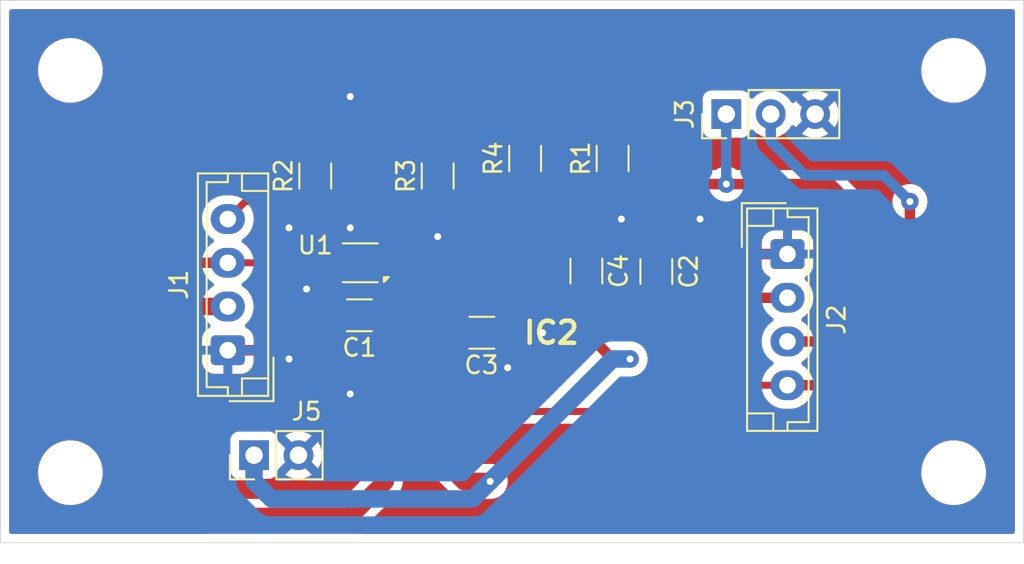
<source format=kicad_pcb>
(kicad_pcb (version 20241229) (generator "pcbnew") (generator_version "9.0")
  (layers (0 "F.Cu" signal) (2 "B.Cu" signal) (13 "F.Paste" user) (15 "B.Paste" user) (5 "F.SilkS" user "F.Silkscreen") (7 "B.SilkS" user "B.Silkscreen") (1 "F.Mask" user) (3 "B.Mask" user) (25 "Edge.Cuts" user))
  (net 0 "")
  (net 1 "+3V3")
  (net 2 "GND")
  (net 7 "Net-(IC2-SCL{slash}SCLK)")
  (net 9 "Net-(IC2-SDA{slash}SDI{slash}SDIO)")
  (footprint "Connector_PinHeader_2.54mm:PinHeader_1x02_P2.54mm_Vertical" (layer "F.Cu") (at 111.5 87 90)
    (property "Reference" "J5" (at 2.5 3 180) (layer "F.SilkS"))
    (property "Value" "Conn_01x02_Pin")
    (fp_line (start -1.38 -1.38) (end 0 -1.38) (stroke (width 0.12)) (layer "F.SilkS"))
    (fp_line (start -1.38 0) (end -1.38 -1.38) (stroke (width 0.12)) (layer "F.SilkS"))
    (fp_line (start 1.38 1.27) (end 1.38 3.92) (stroke (width 0.12)) (layer "F.SilkS"))
    (fp_line (start -1.38 1.27) (end 1.38 1.27) (stroke (width 0.12)) (layer "F.SilkS"))
    (fp_line (start -1.38 1.27) (end -1.38 3.92) (stroke (width 0.12)) (layer "F.SilkS"))
    (fp_line (start -1.38 3.92) (end 1.38 3.92) (stroke (width 0.12)) (layer "F.SilkS"))
    (pad "1" thru_hole rect (at 0 0 90) (size 1.7 1.7) (drill 1) (layers "*.Cu" "*.Mask") (net 1 "+3V3"))
    (pad "2" thru_hole circle (at 0 2.54 90) (size 1.7 1.7) (drill 1) (layers "*.Cu" "*.Mask") (net 2 "GND"))
  )
  (footprint "Sensor_Humidity:Sensirion_DFN-4-1EP_2x2mm_P1mm_EP0.7x1.6mm" (layer "F.Cu") (at 117.575 76 180)
    (property "Reference" "U1" (at 2.575 1 0) (layer "F.SilkS"))
    (property "Value" "SHTC3")
    (fp_line (start -1 1.11) (end 1 1.11) (stroke (width 0.12)) (layer "F.SilkS"))
    (fp_line (start -1 -1.11) (end 1 -1.11) (stroke (width 0.12)) (layer "F.SilkS"))
    (fp_poly (pts (xy -1.35 -0.82) (xy -1.63 -0.82) (xy -1.35 -1.1) (xy -1.35 -0.82)) (stroke (width 0.12)) (fill yes) (layer "F.SilkS"))
    (pad "1" smd roundrect (at -0.925 -0.5 180) (size 0.55 0.35) (layers "F.Cu" "F.Mask") (net 1 "+3V3"))
    (pad "2" smd roundrect (at -0.925 0.5 180) (size 0.55 0.35) (layers "F.Cu" "F.Mask") (net 7 "Net-(IC2-SCL{slash}SCLK)"))
    (pad "3" smd roundrect (at 0.925 0.5 180) (size 0.55 0.35) (layers "F.Cu" "F.Mask") (net 9 "Net-(IC2-SDA{slash}SDI{slash}SDIO)"))
    (pad "4" smd roundrect (at 0.925 -0.5 180) (size 0.55 0.35) (layers "F.Cu" "F.Mask") (net 2 "GND"))
    (pad "5" smd roundrect (at 0 0 180) (size 0.7 1.6) (layers "F.Cu" "F.Mask") (net 2 "GND"))
  )
  (footprint "Library:LGA14R80P3X6_300X500X100" (layer "F.Cu") (at 126.5 76.5 90)
    (property "Reference" "IC2" (at -3.5 2 0) (layer "F.SilkS") (effects (font (size 1.27 1.27) (thickness 0.254))))
    (property "Value" "ADXL345BCCZ" (hide yes))
    (pad "1" smd rect (at -1.3716 -2.0066 180) (size 0.508 1.1176) (layers "F.Cu" "F.Mask" "F.Paste") (net 1 "+3V3"))
    (pad "2" smd rect (at -1.3716 -1.1938 180) (size 0.508 1.1176) (layers "F.Cu" "F.Mask" "F.Paste") (net 2 "GND"))
    (pad "3" smd rect (at -1.3716 -0.4064 180) (size 0.508 1.1176) (layers "F.Cu" "F.Mask" "F.Paste"))
    (pad "4" smd rect (at -1.3716 0.4064 180) (size 0.508 1.1176) (layers "F.Cu" "F.Mask" "F.Paste") (net 2 "GND"))
    (pad "5" smd rect (at -1.3716 1.1938 180) (size 0.508 1.1176) (layers "F.Cu" "F.Mask" "F.Paste") (net 2 "GND"))
    (pad "6" smd rect (at -1.3716 2.0066 180) (size 0.508 1.1176) (layers "F.Cu" "F.Mask" "F.Paste") (net 1 "+3V3"))
    (pad "7" smd rect (at 0 1.8796 90) (size 0.508 1.1176) (layers "F.Cu" "F.Mask" "F.Paste") (net 1 "+3V3"))
    (pad "8" smd rect (at 1.3716 2.0066 180) (size 0.508 1.1176) (layers "F.Cu" "F.Mask" "F.Paste"))
    (pad "9" smd rect (at 1.3716 1.1938 180) (size 0.508 1.1176) (layers "F.Cu" "F.Mask" "F.Paste"))
    (pad "10" smd rect (at 1.3716 0.4064 180) (size 0.508 1.1176) (layers "F.Cu" "F.Mask" "F.Paste"))
    (pad "11" smd rect (at 1.3716 -0.4064 180) (size 0.508 1.1176) (layers "F.Cu" "F.Mask" "F.Paste"))
    (pad "12" smd rect (at 1.3716 -1.1938 180) (size 0.508 1.1176) (layers "F.Cu" "F.Mask" "F.Paste") (net 2 "GND"))
    (pad "13" smd rect (at 1.3716 -2.0066 180) (size 0.508 1.1176) (layers "F.Cu" "F.Mask" "F.Paste") (net 9 "Net-(IC2-SDA{slash}SDI{slash}SDIO)"))
    (pad "14" smd rect (at 0 -1.8796 90) (size 0.508 1.1176) (layers "F.Cu" "F.Mask" "F.Paste") (net 7 "Net-(IC2-SCL{slash}SCLK)"))
  )
  (footprint "Connector_PinHeader_2.54mm:PinHeader_1x03_P2.54mm_Vertical" (layer "F.Cu") (at 138.5 67.5 90)
    (property "Reference" "J3" (at 0 -2.38 90) (layer "F.SilkS"))
    (property "Value" "Conn_01x03_Pin")
    (fp_line (start -1.38 -1.38) (end 0 -1.38) (stroke (width 0.12)) (layer "F.SilkS"))
    (fp_line (start -1.38 0) (end -1.38 -1.38) (stroke (width 0.12)) (layer "F.SilkS"))
    (fp_line (start 1.38 1.27) (end 1.38 6.46) (stroke (width 0.12)) (layer "F.SilkS"))
    (fp_line (start -1.38 1.27) (end 1.38 1.27) (stroke (width 0.12)) (layer "F.SilkS"))
    (fp_line (start -1.38 1.27) (end -1.38 6.46) (stroke (width 0.12)) (layer "F.SilkS"))
    (fp_line (start -1.38 6.46) (end 1.38 6.46) (stroke (width 0.12)) (layer "F.SilkS"))
    (pad "1" thru_hole rect (at 0 0 90) (size 1.7 1.7) (drill 1) (layers "*.Cu" "*.Mask") (net 9 "Net-(IC2-SDA{slash}SDI{slash}SDIO)"))
    (pad "2" thru_hole circle (at 0 2.54 90) (size 1.7 1.7) (drill 1) (layers "*.Cu" "*.Mask") (net 7 "Net-(IC2-SCL{slash}SCLK)"))
    (pad "3" thru_hole circle (at 0 5.08 90) (size 1.7 1.7) (drill 1) (layers "*.Cu" "*.Mask") (net 2 "GND"))
  )
  (footprint "Capacitor_SMD:C_1206_3216Metric" (layer "F.Cu") (at 124.525 80 180)
    (property "Reference" "C3" (at 0.025 -1.85 0) (layer "F.SilkS"))
    (property "Value" "0.1uF")
    (fp_line (start -0.711252 0.91) (end 0.711252 0.91) (stroke (width 0.12)) (layer "F.SilkS"))
    (fp_line (start -0.711252 -0.91) (end 0.711252 -0.91) (stroke (width 0.12)) (layer "F.SilkS"))
    (pad "1" smd roundrect (at -1.475 0 180) (size 1.15 1.8) (layers "F.Cu" "F.Mask" "F.Paste") (roundrect_rratio 0.217391) (net 2 "GND"))
    (pad "2" smd roundrect (at 1.475 0 180) (size 1.15 1.8) (layers "F.Cu" "F.Mask" "F.Paste") (roundrect_rratio 0.217391) (net 1 "+3V3"))
  )
  (footprint "Connector_JST:JST_EH_B4B-EH-A_1x04_P2.50mm_Vertical" (layer "F.Cu") (at 142 75.5 -90)
    (property "Reference" "J2" (at 3.75 -2.8 90) (layer "F.SilkS"))
    (property "Value" "Conn_01x04_Socket")
    (fp_line (start -2.91 2.61) (end -0.41 2.61) (stroke (width 0.12)) (layer "F.SilkS"))
    (fp_line (start -2.61 2.31) (end 10.11 2.31) (stroke (width 0.12)) (layer "F.SilkS"))
    (fp_line (start 10.11 2.31) (end 10.11 -1.71) (stroke (width 0.12)) (layer "F.SilkS"))
    (fp_line (start -2.61 0.81) (end -1.61 0.81) (stroke (width 0.12)) (layer "F.SilkS"))
    (fp_line (start -1.61 0.81) (end -1.61 2.31) (stroke (width 0.12)) (layer "F.SilkS"))
    (fp_line (start 9.11 0.81) (end 9.11 2.31) (stroke (width 0.12)) (layer "F.SilkS"))
    (fp_line (start 10.11 0.81) (end 9.11 0.81) (stroke (width 0.12)) (layer "F.SilkS"))
    (fp_line (start -2.91 0.11) (end -2.91 2.61) (stroke (width 0.12)) (layer "F.SilkS"))
    (fp_line (start -2.61 0) (end -2.11 0) (stroke (width 0.12)) (layer "F.SilkS"))
    (fp_line (start -2.11 0) (end -2.11 -1.21) (stroke (width 0.12)) (layer "F.SilkS"))
    (fp_line (start 9.61 0) (end 10.11 0) (stroke (width 0.12)) (layer "F.SilkS"))
    (fp_line (start -2.11 -1.21) (end 9.61 -1.21) (stroke (width 0.12)) (layer "F.SilkS"))
    (fp_line (start 9.61 -1.21) (end 9.61 0) (stroke (width 0.12)) (layer "F.SilkS"))
    (fp_line (start -2.61 -1.71) (end -2.61 2.31) (stroke (width 0.12)) (layer "F.SilkS"))
    (fp_line (start 10.11 -1.71) (end -2.61 -1.71) (stroke (width 0.12)) (layer "F.SilkS"))
    (pad "1" thru_hole roundrect (at 0 0 270) (size 1.7 1.95) (drill 0.95) (layers "*.Cu" "*.Mask") (roundrect_rratio 0.147059) (net 2 "GND"))
    (pad "2" thru_hole oval (at 2.5 0 270) (size 1.7 1.95) (drill 0.95) (layers "*.Cu" "*.Mask") (net 1 "+3V3"))
    (pad "3" thru_hole oval (at 5 0 270) (size 1.7 1.95) (drill 0.95) (layers "*.Cu" "*.Mask") (net 9 "Net-(IC2-SDA{slash}SDI{slash}SDIO)"))
    (pad "4" thru_hole oval (at 7.5 0 270) (size 1.7 1.95) (drill 0.95) (layers "*.Cu" "*.Mask") (net 7 "Net-(IC2-SCL{slash}SCLK)"))
  )
  (footprint "MountingHole:MountingHole_3.2mm_M3" (layer "F.Cu") (at 101 65)
    (property "Reference" "REF**" (hide yes))
    (property "Value" "MountingHole_3.2mm_M3" (hide yes))
    (pad "" np_thru_hole circle (at 0 0) (size 3.2 3.2) (drill 3.2) (layers "*.Cu" "*.Mask"))
  )
  (footprint "Resistor_SMD:R_1206_3216Metric" (layer "F.Cu") (at 132 70.0375 90)
    (property "Reference" "R1" (at 0 -1.82 90) (layer "F.SilkS"))
    (property "Value" "10k")
    (fp_line (start -0.727064 -0.91) (end 0.727064 -0.91) (stroke (width 0.12)) (layer "F.SilkS"))
    (fp_line (start -0.727064 0.91) (end 0.727064 0.91) (stroke (width 0.12)) (layer "F.SilkS"))
    (pad "1" smd roundrect (at -1.4625 0 90) (size 1.125 1.75) (layers "F.Cu" "F.Mask" "F.Paste") (roundrect_rratio 0.222222) (net 9 "Net-(IC2-SDA{slash}SDI{slash}SDIO)"))
    (pad "2" smd roundrect (at 1.4625 0 90) (size 1.125 1.75) (layers "F.Cu" "F.Mask" "F.Paste") (roundrect_rratio 0.222222) (net 1 "+3V3"))
  )
  (footprint "Connector_JST:JST_EH_B4B-EH-A_1x04_P2.50mm_Vertical" (layer "F.Cu") (at 110 81 90)
    (property "Reference" "J1" (at 3.75 -2.8 90) (layer "F.SilkS"))
    (property "Value" "Conn_01x04_Socket")
    (fp_line (start 10.11 -1.71) (end -2.61 -1.71) (stroke (width 0.12)) (layer "F.SilkS"))
    (fp_line (start -2.61 -1.71) (end -2.61 2.31) (stroke (width 0.12)) (layer "F.SilkS"))
    (fp_line (start 9.61 -1.21) (end 9.61 0) (stroke (width 0.12)) (layer "F.SilkS"))
    (fp_line (start -2.11 -1.21) (end 9.61 -1.21) (stroke (width 0.12)) (layer "F.SilkS"))
    (fp_line (start 9.61 0) (end 10.11 0) (stroke (width 0.12)) (layer "F.SilkS"))
    (fp_line (start -2.11 0) (end -2.11 -1.21) (stroke (width 0.12)) (layer "F.SilkS"))
    (fp_line (start -2.61 0) (end -2.11 0) (stroke (width 0.12)) (layer "F.SilkS"))
    (fp_line (start -2.91 0.11) (end -2.91 2.61) (stroke (width 0.12)) (layer "F.SilkS"))
    (fp_line (start 10.11 0.81) (end 9.11 0.81) (stroke (width 0.12)) (layer "F.SilkS"))
    (fp_line (start 9.11 0.81) (end 9.11 2.31) (stroke (width 0.12)) (layer "F.SilkS"))
    (fp_line (start -1.61 0.81) (end -1.61 2.31) (stroke (width 0.12)) (layer "F.SilkS"))
    (fp_line (start -2.61 0.81) (end -1.61 0.81) (stroke (width 0.12)) (layer "F.SilkS"))
    (fp_line (start 10.11 2.31) (end 10.11 -1.71) (stroke (width 0.12)) (layer "F.SilkS"))
    (fp_line (start -2.61 2.31) (end 10.11 2.31) (stroke (width 0.12)) (layer "F.SilkS"))
    (fp_line (start -2.91 2.61) (end -0.41 2.61) (stroke (width 0.12)) (layer "F.SilkS"))
    (pad "1" thru_hole roundrect (at 0 0 90) (size 1.7 1.95) (drill 0.95) (layers "*.Cu" "*.Mask") (roundrect_rratio 0.147059) (net 2 "GND"))
    (pad "2" thru_hole oval (at 2.5 0 90) (size 1.7 1.95) (drill 0.95) (layers "*.Cu" "*.Mask") (net 1 "+3V3"))
    (pad "3" thru_hole oval (at 5 0 90) (size 1.7 1.95) (drill 0.95) (layers "*.Cu" "*.Mask") (net 9 "Net-(IC2-SDA{slash}SDI{slash}SDIO)"))
    (pad "4" thru_hole oval (at 7.5 0 90) (size 1.7 1.95) (drill 0.95) (layers "*.Cu" "*.Mask") (net 7 "Net-(IC2-SCL{slash}SCLK)"))
  )
  (footprint "MountingHole:MountingHole_3.2mm_M3" (layer "F.Cu") (at 151.5 65)
    (property "Reference" "REF**" (hide yes))
    (property "Value" "MountingHole_3.2mm_M3" (hide yes))
    (pad "" np_thru_hole circle (at 0 0) (size 3.2 3.2) (drill 3.2) (layers "*.Cu" "*.Mask"))
  )
  (footprint "Resistor_SMD:R_1206_3216Metric" (layer "F.Cu") (at 127 70.0375 90)
    (property "Reference" "R4" (at 0 -1.82 90) (layer "F.SilkS"))
    (property "Value" "10k")
    (fp_line (start -0.727064 -0.91) (end 0.727064 -0.91) (stroke (width 0.12)) (layer "F.SilkS"))
    (fp_line (start -0.727064 0.91) (end 0.727064 0.91) (stroke (width 0.12)) (layer "F.SilkS"))
    (pad "1" smd roundrect (at -1.4625 0 90) (size 1.125 1.75) (layers "F.Cu" "F.Mask" "F.Paste") (roundrect_rratio 0.222222) (net 9 "Net-(IC2-SDA{slash}SDI{slash}SDIO)"))
    (pad "2" smd roundrect (at 1.4625 0 90) (size 1.125 1.75) (layers "F.Cu" "F.Mask" "F.Paste") (roundrect_rratio 0.222222) (net 1 "+3V3"))
  )
  (footprint "Capacitor_SMD:C_1206_3216Metric" (layer "F.Cu") (at 117.525 79 180)
    (property "Reference" "C1" (at 0 -1.85 0) (layer "F.SilkS"))
    (property "Value" "100nF")
    (fp_line (start -0.711252 0.91) (end 0.711252 0.91) (stroke (width 0.12)) (layer "F.SilkS"))
    (fp_line (start -0.711252 -0.91) (end 0.711252 -0.91) (stroke (width 0.12)) (layer "F.SilkS"))
    (pad "1" smd roundrect (at -1.475 0 180) (size 1.15 1.8) (layers "F.Cu" "F.Mask" "F.Paste") (roundrect_rratio 0.217391) (net 1 "+3V3"))
    (pad "2" smd roundrect (at 1.475 0 180) (size 1.15 1.8) (layers "F.Cu" "F.Mask" "F.Paste") (roundrect_rratio 0.217391) (net 2 "GND"))
  )
  (footprint "Resistor_SMD:R_1206_3216Metric" (layer "F.Cu") (at 122 71.0375 90)
    (property "Reference" "R3" (at 0 -1.82 90) (layer "F.SilkS"))
    (property "Value" "10k")
    (fp_line (start -0.727064 -0.91) (end 0.727064 -0.91) (stroke (width 0.12)) (layer "F.SilkS"))
    (fp_line (start -0.727064 0.91) (end 0.727064 0.91) (stroke (width 0.12)) (layer "F.SilkS"))
    (pad "1" smd roundrect (at -1.4625 0 90) (size 1.125 1.75) (layers "F.Cu" "F.Mask" "F.Paste") (roundrect_rratio 0.222222) (net 7 "Net-(IC2-SCL{slash}SCLK)"))
    (pad "2" smd roundrect (at 1.4625 0 90) (size 1.125 1.75) (layers "F.Cu" "F.Mask" "F.Paste") (roundrect_rratio 0.222222) (net 1 "+3V3"))
  )
  (footprint "MountingHole:MountingHole_3.2mm_M3" (layer "F.Cu") (at 151.5 88)
    (property "Reference" "REF**" (hide yes))
    (property "Value" "MountingHole_3.2mm_M3" (hide yes))
    (pad "" np_thru_hole circle (at 0 0) (size 3.2 3.2) (drill 3.2) (layers "*.Cu" "*.Mask"))
  )
  (footprint "Capacitor_SMD:C_1206_3216Metric" (layer "F.Cu") (at 130.5 76.475 -90)
    (property "Reference" "C4" (at 0 -1.85 90) (layer "F.SilkS"))
    (property "Value" "10uF")
    (fp_line (start -0.711252 0.91) (end 0.711252 0.91) (stroke (width 0.12)) (layer "F.SilkS"))
    (fp_line (start -0.711252 -0.91) (end 0.711252 -0.91) (stroke (width 0.12)) (layer "F.SilkS"))
    (pad "1" smd roundrect (at -1.475 0 270) (size 1.15 1.8) (layers "F.Cu" "F.Mask" "F.Paste") (roundrect_rratio 0.217391) (net 2 "GND"))
    (pad "2" smd roundrect (at 1.475 0 270) (size 1.15 1.8) (layers "F.Cu" "F.Mask" "F.Paste") (roundrect_rratio 0.217391) (net 1 "+3V3"))
  )
  (footprint "MountingHole:MountingHole_3.2mm_M3" (layer "F.Cu") (at 101 88)
    (property "Reference" "REF**" (hide yes))
    (property "Value" "MountingHole_3.2mm_M3" (hide yes))
    (pad "" np_thru_hole circle (at 0 0) (size 3.2 3.2) (drill 3.2) (layers "*.Cu" "*.Mask"))
  )
  (footprint "Resistor_SMD:R_1206_3216Metric" (layer "F.Cu") (at 115 71.0375 90)
    (property "Reference" "R2" (at 0 -1.82 90) (layer "F.SilkS"))
    (property "Value" "10k")
    (fp_line (start -0.727064 -0.91) (end 0.727064 -0.91) (stroke (width 0.12)) (layer "F.SilkS"))
    (fp_line (start -0.727064 0.91) (end 0.727064 0.91) (stroke (width 0.12)) (layer "F.SilkS"))
    (pad "1" smd roundrect (at -1.4625 0 90) (size 1.125 1.75) (layers "F.Cu" "F.Mask" "F.Paste") (roundrect_rratio 0.222222) (net 7 "Net-(IC2-SCL{slash}SCLK)"))
    (pad "2" smd roundrect (at 1.4625 0 90) (size 1.125 1.75) (layers "F.Cu" "F.Mask" "F.Paste") (roundrect_rratio 0.222222) (net 1 "+3V3"))
  )
  (footprint "Capacitor_SMD:C_1206_3216Metric" (layer "F.Cu") (at 134.5 76.5 -90)
    (property "Reference" "C2" (at 0 -1.85 90) (layer "F.SilkS"))
    (property "Value" "1uF")
    (fp_line (start -0.711252 0.91) (end 0.711252 0.91) (stroke (width 0.12)) (layer "F.SilkS"))
    (fp_line (start -0.711252 -0.91) (end 0.711252 -0.91) (stroke (width 0.12)) (layer "F.SilkS"))
    (pad "1" smd roundrect (at -1.475 0 270) (size 1.15 1.8) (layers "F.Cu" "F.Mask" "F.Paste") (roundrect_rratio 0.217391) (net 2 "GND"))
    (pad "2" smd roundrect (at 1.475 0 270) (size 1.15 1.8) (layers "F.Cu" "F.Mask" "F.Paste") (roundrect_rratio 0.217391) (net 1 "+3V3"))
  )
  (gr_line (start 97 92) (end 97 61) (stroke (width 0.05)) (layer "Edge.Cuts"))
  (gr_line (start 97 61) (end 155.5 61) (stroke (width 0.05)) (layer "Edge.Cuts"))
  (gr_line (start 155.5 92) (end 97 92) (stroke (width 0.05)) (layer "Edge.Cuts"))
  (gr_line (start 155.5 61) (end 155.5 92) (stroke (width 0.05)) (layer "Edge.Cuts"))
  (gr_text "GND" (at 117 88 90) (layer "F.Cu") (effects (font (size 0.6 0.6) (thickness 0.15) (bold yes)) (justify left bottom)))
  (gr_text "SDA SCL GND" (at 138 65 0) (layer "F.Cu") (effects (font (size 0.6 0.6) (thickness 0.15) (bold yes)) (justify left bottom)))
  (gr_text "+3V3" (at 109.5 88.5 90) (layer "F.Cu") (effects (font (size 0.6 0.6) (thickness 0.15) (bold yes)) (justify left bottom)))
  (segment (start 130.5 80) (end 130.5 77.95) (width 0.6) (layer "F.Cu") (net 1))
  (segment (start 128.5066 76.627) (end 128.3796 76.5) (width 0.4) (layer "F.Cu") (net 1))
  (segment (start 104 85) (end 109.5 90.5) (width 1) (layer "F.Cu") (net 1))
  (segment (start 128.5066 77.8716) (end 128.5066 76.627) (width 0.4) (layer "F.Cu") (net 1))
  (segment (start 124.575 68.575) (end 127 68.575) (width 1) (layer "F.Cu") (net 1))
  (segment (start 123.05 80) (end 123.05 78.45) (width 0.4) (layer "F.Cu") (net 1))
  (segment (start 125 88.5) (end 123.5 88.5) (width 1) (layer "F.Cu") (net 1))
  (segment (start 115 69.575) (end 105.925 69.575) (width 1) (layer "F.Cu") (net 1))
  (segment (start 117 90.5) (end 119 88.5) (width 1) (layer "F.Cu") (net 1))
  (segment (start 107 78.5) (end 110 78.5) (width 1) (layer "F.Cu") (net 1))
  (segment (start 130.5 80.5) (end 130.5 80) (width 0.6) (layer "F.Cu") (net 1))
  (segment (start 123.05 80) (end 123.05 82.55) (width 0.6) (layer "F.Cu") (net 1))
  (segment (start 109.5 90.5) (end 117 90.5) (width 1) (layer "F.Cu") (net 1))
  (segment (start 132 81.5) (end 130.5 80) (width 0.6) (layer "F.Cu") (net 1))
  (segment (start 122 69.575) (end 123.075 68.5) (width 1) (layer "F.Cu") (net 1))
  (segment (start 128.585 77.95) (end 128.5066 77.8716) (width 0.4) (layer "F.Cu") (net 1))
  (segment (start 123.05 78.45) (end 123.6284 77.8716) (width 0.4) (layer "F.Cu") (net 1))
  (segment (start 133 81.5) (end 132 81.5) (width 0.6) (layer "F.Cu") (net 1))
  (segment (start 127.5 83.5) (end 130.5 80.5) (width 0.6) (layer "F.Cu") (net 1))
  (segment (start 130.5 77.95) (end 128.585 77.95) (width 0.4) (layer "F.Cu") (net 1))
  (segment (start 104 75.5) (end 104 85) (width 1) (layer "F.Cu") (net 1))
  (segment (start 115 69.575) (end 122 69.575) (width 1) (layer "F.Cu") (net 1))
  (segment (start 134.475 77.95) (end 134.5 77.975) (width 0.6) (layer "F.Cu") (net 1))
  (segment (start 118.5 78.5) (end 118.5 76.5) (width 0.4) (layer "F.Cu") (net 1))
  (segment (start 124 83.5) (end 127.5 83.5) (width 0.6) (layer "F.Cu") (net 1))
  (segment (start 119 84) (end 119 79) (width 1) (layer "F.Cu") (net 1))
  (segment (start 134.5 77.975) (end 135.475 77.975) (width 0.6) (layer "F.Cu") (net 1))
  (segment (start 105.925 69.575) (end 104 71.5) (width 1) (layer "F.Cu") (net 1))
  (segment (start 123.075 68.5) (end 124.5 68.5) (width 1) (layer "F.Cu") (net 1))
  (segment (start 104 71.5) (end 104 75.5) (width 1) (layer "F.Cu") (net 1))
  (segment (start 119 88.5) (end 119 84) (width 1) (layer "F.Cu") (net 1))
  (segment (start 124.5 68.5) (end 124.575 68.575) (width 1) (layer "F.Cu") (net 1))
  (segment (start 127 68.575) (end 132 68.575) (width 1) (layer "F.Cu") (net 1))
  (segment (start 141.475 77.975) (end 142 78.5) (width 0.6) (layer "F.Cu") (net 1))
  (segment (start 123.5 88.5) (end 119 84) (width 1) (layer "F.Cu") (net 1))
  (segment (start 104 75.5) (end 107 78.5) (width 1) (layer "F.Cu") (net 1))
  (segment (start 123.05 82.55) (end 124 83.5) (width 0.6) (layer "F.Cu") (net 1))
  (segment (start 119 79) (end 118.5 78.5) (width 0.4) (layer "F.Cu") (net 1))
  (segment (start 135.5 78) (end 142 78) (width 0.6) (layer "F.Cu") (net 1))
  (segment (start 123.6284 77.8716) (end 124.4934 77.8716) (width 0.4) (layer "F.Cu") (net 1))
  (segment (start 135.475 77.975) (end 135.5 78) (width 0.6) (layer "F.Cu") (net 1))
  (segment (start 130.5 77.95) (end 134.475 77.95) (width 0.6) (layer "F.Cu") (net 1))
  (via (at 125 88.5) (size 1) (drill 0.4) (layers "F.Cu" "B.Cu") (net 1))
  (via (at 133 81.5) (size 1) (drill 0.4) (layers "F.Cu" "B.Cu") (net 1))
  (segment (start 132 81.5) (end 133 81.5) (width 1) (layer "B.Cu") (net 1))
  (segment (start 124 89.5) (end 112.5 89.5) (width 1) (layer "B.Cu") (net 1))
  (segment (start 111.5 87.04) (end 111.46 87) (width 1) (layer "B.Cu") (net 1))
  (segment (start 112.5 89.5) (end 111.5 88.5) (width 1) (layer "B.Cu") (net 1))
  (segment (start 125 88.5) (end 124 89.5) (width 1) (layer "B.Cu") (net 1))
  (segment (start 125 88.5) (end 132 81.5) (width 1) (layer "B.Cu") (net 1))
  (segment (start 111.5 88.5) (end 111.5 87.04) (width 1) (layer "B.Cu") (net 1))
  (segment (start 125.3062 75.1284) (end 125.3062 74.303) (width 0.4) (layer "F.Cu") (net 2))
  (segment (start 116.05 79) (end 116.05 77.95) (width 0.4) (layer "F.Cu") (net 2))
  (segment (start 136.025 75.025) (end 136.5 75.5) (width 0.6) (layer "F.Cu") (net 2))
  (segment (start 126 80) (end 125.3062 79.3062) (width 0.4) (layer "F.Cu") (net 2))
  (segment (start 126 80) (end 128 80) (width 0.6) (layer "F.Cu") (net 2))
  (segment (start 126.9064 76.9064) (end 126.5 76.5) (width 0.2) (layer "F.Cu") (net 2))
  (segment (start 132.5 73.5) (end 132.5 75) (width 0.6) (layer "F.Cu") (net 2))
  (segment (start 114 79) (end 116.05 79) (width 0.6) (layer "F.Cu") (net 2))
  (segment (start 116 79.05) (end 116.05 79) (width 0.6) (layer "F.Cu") (net 2))
  (segment (start 130.5 74.5) (end 130.5 75) (width 0.4) (layer "F.Cu") (net 2))
  (segment (start 127.6938 77.8716) (end 127.6938 79.6938) (width 0.2) (layer "F.Cu") (net 2))
  (segment (start 129.5 73.5) (end 130.5 74.5) (width 0.4) (layer "F.Cu") (net 2))
  (segment (start 125.3062 74.303) (end 126.1092 73.5) (width 0.4) (layer "F.Cu") (net 2))
  (segment (start 136.5 75.5) (end 142 75.5) (width 0.6) (layer "F.Cu") (net 2))
  (segment (start 134.5 75.025) (end 136.025 75.025) (width 0.6) (layer "F.Cu") (net 2))
  (segment (start 126.9064 79.0936) (end 126.9064 77.8716) (width 0.4) (layer "F.Cu") (net 2))
  (segment (start 130.5 75) (end 132.5 75) (width 0.6) (layer "F.Cu") (net 2))
  (segment (start 132.5 75) (end 134.475 75) (width 0.6) (layer "F.Cu") (net 2))
  (segment (start 116.65 76.5) (end 117.075 76.5) (width 0.4) (layer "F.Cu") (net 2))
  (segment (start 116.65 77.35) (end 116.65 76.5) (width 0.4) (layer "F.Cu") (net 2))
  (segment (start 126.1092 73.5) (end 129.5 73.5) (width 0.4) (layer "F.Cu") (net 2))
  (segment (start 125.3062 79.3062) (end 125.3062 77.8716) (width 0.4) (layer "F.Cu") (net 2))
  (segment (start 134.475 75) (end 134.5 75.025) (width 0.6) (layer "F.Cu") (net 2))
  (segment (start 117 83.5) (end 116 82.5) (width 0.6) (layer "F.Cu") (net 2))
  (segment (start 110 81) (end 112 81) (width 0.6) (layer "F.Cu") (net 2))
  (segment (start 117.075 76.5) (end 117.575 76) (width 0.4) (layer "F.Cu") (net 2))
  (segment (start 112 81) (end 114 79) (width 0.6) (layer "F.Cu") (net 2))
  (segment (start 126.9064 77.8716) (end 126.9064 76.9064) (width 0.2) (layer "F.Cu") (net 2))
  (segment (start 127.6938 79.6938) (end 128 80) (width 0.2) (layer "F.Cu") (net 2))
  (segment (start 116 82.5) (end 116 79.05) (width 0.6) (layer "F.Cu") (net 2))
  (segment (start 126 80) (end 126.9064 79.0936) (width 0.4) (layer "F.Cu") (net 2))
  (segment (start 116.05 77.95) (end 116.65 77.35) (width 0.4) (layer "F.Cu") (net 2))
  (via (at 117 74) (size 1) (drill 0.4) (layers "F.Cu" "B.Cu") (net 2))
  (via (at 113.5 74) (size 1) (drill 0.4) (layers "F.Cu" "B.Cu") (net 2))
  (via (at 122 74.5) (size 1) (drill 0.4) (layers "F.Cu" "B.Cu") (net 2))
  (via (at 128 80) (size 1) (drill 0.4) (layers "F.Cu" "B.Cu") (net 2))
  (via (at 117 66.5) (size 1) (drill 0.4) (layers "F.Cu" "B.Cu") (net 2))
  (via (at 117 83.5) (size 1) (drill 0.4) (layers "F.Cu" "B.Cu") (net 2))
  (via (at 126 82) (size 1) (drill 0.4) (layers "F.Cu" "B.Cu") (net 2))
  (via (at 137 73.5) (size 1) (drill 0.4) (layers "F.Cu" "B.Cu") (net 2))
  (via (at 114.5 77.5) (size 1) (drill 0.4) (layers "F.Cu" "B.Cu") (net 2))
  (via (at 132.5 73.5) (size 1) (drill 0.4) (layers "F.Cu" "B.Cu") (net 2))
  (via (at 113.5 81.5) (size 1) (drill 0.4) (layers "F.Cu" "B.Cu") (net 2))
  (segment (start 115 72.5) (end 111 72.5) (width 0.4) (layer "F.Cu") (net 7))
  (segment (start 142 83) (end 135 83) (width 0.4) (layer "F.Cu") (net 7))
  (segment (start 118 72.5) (end 118.5 73) (width 0.6) (layer "F.Cu") (net 7))
  (segment (start 149 79.5) (end 149 72.5) (width 0.6) (layer "F.Cu") (net 7))
  (segment (start 135 83) (end 133.5 84.5) (width 0.4) (layer "F.Cu") (net 7))
  (segment (start 142 83) (end 145.5 83) (width 0.6) (layer "F.Cu") (net 7))
  (segment (start 119 72.5) (end 118.5 73) (width 0.6) (layer "F.Cu") (net 7))
  (segment (start 122.5 84.5) (end 121 83) (width 0.4) (layer "F.Cu") (net 7))
  (segment (start 133.5 84.5) (end 122.5 84.5) (width 0.4) (layer "F.Cu") (net 7))
  (segment (start 122 72.5) (end 119 72.5) (width 0.6) (layer "F.Cu") (net 7))
  (segment (start 115 72.5) (end 118 72.5) (width 0.6) (layer "F.Cu") (net 7))
  (segment (start 118.5 73) (end 118.5 75.5) (width 0.4) (layer "F.Cu") (net 7))
  (segment (start 111 72.5) (end 110 73.5) (width 0.4) (layer "F.Cu") (net 7))
  (segment (start 121 76.5) (end 124.6204 76.5) (width 0.4) (layer "F.Cu") (net 7))
  (segment (start 142 83) (end 142 83.5) (width 0.4) (layer "F.Cu") (net 7))
  (segment (start 145.5 83) (end 149 79.5) (width 0.6) (layer "F.Cu") (net 7))
  (segment (start 119.5 75.5) (end 120.5 76.5) (width 0.4) (layer "F.Cu") (net 7))
  (segment (start 120.5 76.5) (end 121 76.5) (width 0.4) (layer "F.Cu") (net 7))
  (segment (start 118.5 75.5) (end 119.5 75.5) (width 0.4) (layer "F.Cu") (net 7))
  (segment (start 121 83) (end 121 76.5) (width 0.4) (layer "F.Cu") (net 7))
  (via (at 149 72.5) (size 1) (drill 0.4) (layers "F.Cu" "B.Cu") (net 7))
  (segment (start 147.5 71) (end 143 71) (width 0.6) (layer "B.Cu") (net 7))
  (segment (start 149 72.5) (end 147.5 71) (width 0.6) (layer "B.Cu") (net 7))
  (segment (start 143 71) (end 141.04 69.04) (width 0.6) (layer "B.Cu") (net 7))
  (segment (start 141.04 69.04) (end 141.04 67.5) (width 0.6) (layer "B.Cu") (net 7))
  (segment (start 110 76) (end 114 76) (width 0.4) (layer "F.Cu") (net 9))
  (segment (start 106.5 74.5) (end 106.5 72) (width 0.6) (layer "F.Cu") (net 9))
  (segment (start 114 76) (end 114.5 75.5) (width 0.4) (layer "F.Cu") (net 9))
  (segment (start 138.5 71.5) (end 144.5 71.5) (width 0.6) (layer "F.Cu") (net 9))
  (segment (start 124.4934 72.5066) (end 125.5 71.5) (width 0.6) (layer "F.Cu") (net 9))
  (segment (start 110 76) (end 108 76) (width 0.6) (layer "F.Cu") (net 9))
  (segment (start 107.5 71) (end 126.5 71) (width 0.6) (layer "F.Cu") (net 9))
  (segment (start 114.5 75.5) (end 116.65 75.5) (width 0.4) (layer "F.Cu") (net 9))
  (segment (start 124.4934 75.1284) (end 124.4934 72.5066) (width 0.6) (layer "F.Cu") (net 9))
  (segment (start 145 80.5) (end 142 80.5) (width 0.6) (layer "F.Cu") (net 9))
  (segment (start 125.5 71.5) (end 127 71.5) (width 0.6) (layer "F.Cu") (net 9))
  (segment (start 106.5 72) (end 107.5 71) (width 0.6) (layer "F.Cu") (net 9))
  (segment (start 126.5 71) (end 127 71.5) (width 0.6) (layer "F.Cu") (net 9))
  (segment (start 146 73) (end 146 79.5) (width 0.6) (layer "F.Cu") (net 9))
  (segment (start 146 79.5) (end 145 80.5) (width 0.6) (layer "F.Cu") (net 9))
  (segment (start 138.5 71.5) (end 132 71.5) (width 0.6) (layer "F.Cu") (net 9))
  (segment (start 127 71.5) (end 132 71.5) (width 0.6) (layer "F.Cu") (net 9))
  (segment (start 108 76) (end 106.5 74.5) (width 0.6) (layer "F.Cu") (net 9))
  (segment (start 144.5 71.5) (end 146 73) (width 0.6) (layer "F.Cu") (net 9))
  (via (at 138.5 71.5) (size 1) (drill 0.4) (layers "F.Cu" "B.Cu") (net 9))
  (segment (start 138.5 67.5) (end 138.5 71.5) (width 0.6) (layer "B.Cu") (net 9))
  (zone (net 2) (net_name "GND") (layer "F.Cu") (priority 1) (connect_pads (clearance 0.5)) (min_thickness 0.25) (fill yes (thermal_gap 0.5) (thermal_bridge_width 0.5))
    (polygon (pts (xy 97 61) (xy 155.5 61) (xy 155.5 92) (xy 97 92)))
  )
  (zone (net 2) (net_name "GND") (layer "B.Cu") (connect_pads (clearance 0.5)) (min_thickness 0.25) (fill yes (thermal_gap 0.5) (thermal_bridge_width 0.5))
    (polygon (pts (xy 97 61) (xy 155.5 61) (xy 155.5 92) (xy 97 92)))
  )
)
</source>
